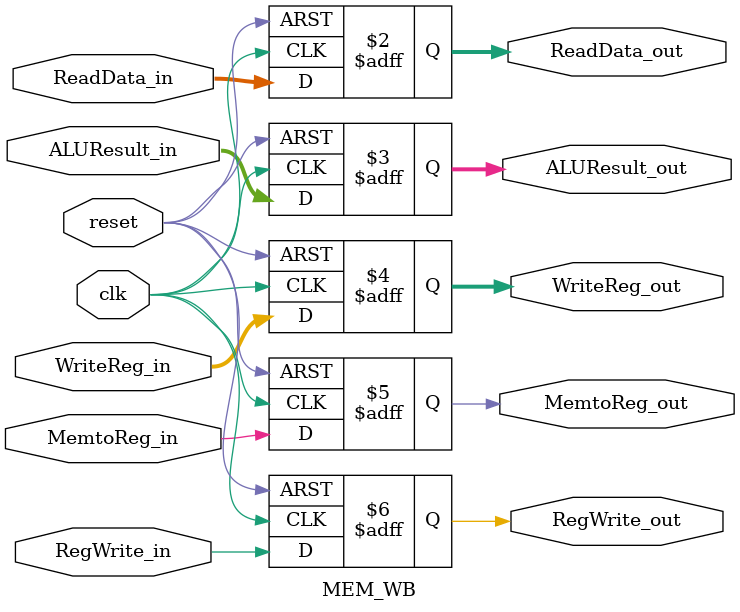
<source format=v>

module MEM_WB(
    input         clk,
    input         reset,

    input  [31:0] ReadData_in,
    input  [31:0] ALUResult_in,
    input  [4:0]  WriteReg_in,
    input         MemtoReg_in,
    input         RegWrite_in,

    output reg [31:0] ReadData_out,
    output reg [31:0] ALUResult_out,
    output reg [4:0]  WriteReg_out,
    output reg        MemtoReg_out,
    output reg        RegWrite_out
);
    always @(posedge clk or posedge reset) begin
        if (reset) begin
            ReadData_out  <= 32'd0;
            ALUResult_out <= 32'd0;
            WriteReg_out  <= 5'd0;
            MemtoReg_out  <= 1'b0;
            RegWrite_out  <= 1'b0;
        end else begin
            ReadData_out  <= ReadData_in;
            ALUResult_out <= ALUResult_in;
            WriteReg_out  <= WriteReg_in;
            MemtoReg_out  <= MemtoReg_in;
            RegWrite_out  <= RegWrite_in;
        end
    end
endmodule

</source>
